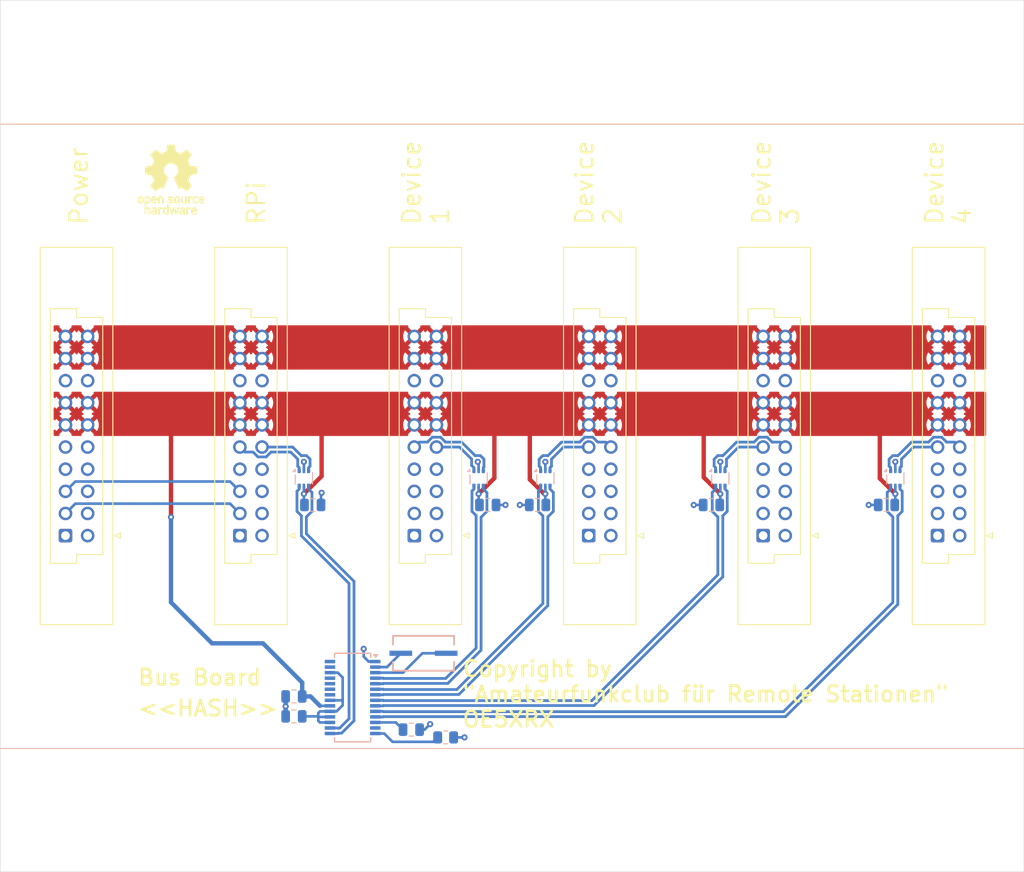
<source format=kicad_pcb>
(kicad_pcb (version 20241229) (generator "pcbnew") (generator_version "9.0")
  (layers (0 "F.Cu" signal) (4 "In1.Cu" power) (6 "In2.Cu" power) (2 "B.Cu" signal) (13 "F.Paste" user) (15 "B.Paste" user) (5 "F.SilkS" user "F.Silkscreen") (7 "B.SilkS" user "B.Silkscreen") (1 "F.Mask" user) (3 "B.Mask" user) (25 "Edge.Cuts" user))
  (net 0 "")
  (net 1 "GND")
  (net 2 "/VD33")
  (net 3 "/VD18")
  (net 4 "+5V")
  (net 5 "/RPI Connector/NS_USB-")
  (net 7 "/RPI Connector/NS_USB+")
  (net 8 "/I2C_SCL")
  (net 11 "+12V")
  (net 13 "/I2C_SDA")
  (net 20 "/USB1+")
  (net 25 "/USB1-")
  (net 30 "/USB2-")
  (net 34 "/USB2+")
  (net 38 "/USB3-")
  (net 40 "/USB3+")
  (net 44 "/USB4+")
  (net 48 "/USB4-")
  (net 52 "Net-(U102-REXT)")
  (net 57 "Net-(U102-XOUT)")
  (net 60 "Net-(U102-XIN)")
  (net 62 "/Device Connector 1/NS_USB+")
  (net 63 "/Device Connector 1/NS_USB-")
  (net 64 "/Device Connector 2/NS_USB-")
  (net 65 "/Device Connector 2/NS_USB+")
  (net 66 "/Device Connector 3/NS_USB-")
  (net 67 "/Device Connector 3/NS_USB+")
  (net 68 "/Device Connector 4/NS_USB+")
  (net 69 "/Device Connector 4/NS_USB-")
  (net 70 "/MASTER_USB-")
  (net 71 "/MASTER_USB+")
  (footprint "MountingHole:MountingHole_3.2mm_M3" (layer "F.Cu") (at 95.284 30.396)
    (property "Reference" "H102" (hide yes))
    (property "Value" "MountingHole" (hide yes))
  )
  (footprint "MountingHole:MountingHole_3.2mm_M3" (layer "F.Cu") (at 135.284 120.396)
    (property "Reference" "H112" (hide yes))
    (property "Value" "MountingHole" (hide yes))
  )
  (footprint "PRJ:PCN10-20P-2.54DSA" (layer "F.Cu") (at 115.284 86.826 180)
    (property "Reference" "J401" (hide yes))
    (property "Value" "Conn_02x10_Row_Letter_First" (hide yes))
  )
  (footprint "MountingHole:MountingHole_3.2mm_M3" (layer "F.Cu") (at 75.284 120.396)
    (property "Reference" "H109" (hide yes))
    (property "Value" "MountingHole" (hide yes))
  )
  (footprint "PRJ:PCN10-20P-2.54DSA" (layer "F.Cu") (at 175.284 86.826 180)
    (property "Reference" "J701" (hide yes))
    (property "Value" "Conn_02x10_Row_Letter_First" (hide yes))
  )
  (footprint "Symbol:OSHW-Logo_7.5x8mm_SilkScreen" (layer "F.Cu") (at 84.842 45.97)
    (property "Reference" "#SYM101" (hide yes))
    (property "Value" "OSHW-Logo_7.5x8mm_SilkScreen" (hide yes))
  )
  (footprint "PRJ:PCN10-20P-2.54DSA" (layer "F.Cu") (at 95.284 86.826 180)
    (property "Reference" "J201" (hide yes))
    (property "Value" "Conn_02x10_Row_Letter_First" (hide yes))
  )
  (footprint "MountingHole:MountingHole_3.2mm_M3" (layer "F.Cu") (at 115.284 120.396)
    (property "Reference" "H111" (hide yes))
    (property "Value" "MountingHole" (hide yes))
  )
  (footprint "PRJ:PCN10-20P-2.54DSA" (layer "F.Cu") (at 75.284 86.826 180)
    (property "Reference" "J301" (hide yes))
    (property "Value" "Conn_02x10_Row_Letter_First" (hide yes))
  )
  (footprint "MountingHole:MountingHole_3.2mm_M3" (layer "F.Cu") (at 175.284 120.396)
    (property "Reference" "H108" (hide yes))
    (property "Value" "MountingHole" (hide yes))
  )
  (footprint "PRJ:PCN10-20P-2.54DSA" (layer "F.Cu") (at 155.284 86.826 180)
    (property "Reference" "J601" (hide yes))
    (property "Value" "Conn_02x10_Row_Letter_First" (hide yes))
  )
  (footprint "MountingHole:MountingHole_3.2mm_M3" (layer "F.Cu") (at 75.284 30.396)
    (property "Reference" "H101" (hide yes))
    (property "Value" "MountingHole" (hide yes))
  )
  (footprint "PRJ:PCN10-20P-2.54DSA" (layer "F.Cu") (at 135.284 86.826 180)
    (property "Reference" "J501" (hide yes))
    (property "Value" "Conn_02x10_Row_Letter_First" (hide yes))
  )
  (footprint "MountingHole:MountingHole_3.2mm_M3" (layer "F.Cu") (at 115.284 30.396)
    (property "Reference" "H103" (hide yes))
    (property "Value" "MountingHole" (hide yes))
  )
  (footprint "MountingHole:MountingHole_3.2mm_M3" (layer "F.Cu") (at 95.284 120.396)
    (property "Reference" "H110" (hide yes))
    (property "Value" "MountingHole" (hide yes))
  )
  (footprint "MountingHole:MountingHole_3.2mm_M3" (layer "F.Cu") (at 155.284 120.396)
    (property "Reference" "H107" (hide yes))
    (property "Value" "MountingHole" (hide yes))
  )
  (footprint "MountingHole:MountingHole_3.2mm_M3" (layer "F.Cu") (at 175.284 30.396)
    (property "Reference" "H106" (hide yes))
    (property "Value" "MountingHole" (hide yes))
  )
  (footprint "MountingHole:MountingHole_3.2mm_M3" (layer "F.Cu") (at 155.284 30.396)
    (property "Reference" "H105" (hide yes))
    (property "Value" "MountingHole" (hide yes))
  )
  (footprint "MountingHole:MountingHole_3.2mm_M3" (layer "F.Cu") (at 135.284 30.396)
    (property "Reference" "H104" (hide yes))
    (property "Value" "MountingHole" (hide yes))
  )
  (footprint "Capacitor_SMD:C_0805_2012Metric" (layer "B.Cu") (at 98.939 107.565 180)
    (property "Reference" "C101" (hide yes))
    (property "Value" "10uF" (hide yes))
  )
  (footprint "Capacitor_SMD:C_0805_2012Metric" (layer "B.Cu") (at 146.818 83.308 180)
    (property "Reference" "C107" (hide yes))
    (property "Value" "100nF" (hide yes))
  )
  (footprint "Package_TO_SOT_SMD:SOT-666" (layer "B.Cu") (at 127.768 80.26 -90)
    (property "Reference" "U104" (hide yes))
    (property "Value" "USBLC6-2SC6" (hide yes))
  )
  (footprint "Package_TO_SOT_SMD:SOT-666" (layer "B.Cu") (at 120.1185 80.26 -90)
    (property "Reference" "U103" (hide yes))
    (property "Value" "USBLC6-2SC6" (hide yes))
  )
  (footprint "PRJ:M49S-SMD" (layer "B.Cu") (at 113.798 100.326 180)
    (property "Reference" "Y101" (hide yes))
    (property "Value" "12MHz" (hide yes))
  )
  (footprint "Capacitor_SMD:C_0805_2012Metric" (layer "B.Cu") (at 101.098 83.308)
    (property "Reference" "C104" (hide yes))
    (property "Value" "100nF" (hide yes))
  )
  (footprint "Capacitor_SMD:C_0805_2012Metric" (layer "B.Cu") (at 166.884 83.308 180)
    (property "Reference" "C108" (hide yes))
    (property "Value" "100nF" (hide yes))
  )
  (footprint "Capacitor_SMD:C_0805_2012Metric" (layer "B.Cu") (at 126.879 83.308 180)
    (property "Reference" "C106" (hide yes))
    (property "Value" "100nF" (hide yes))
  )
  (footprint "Package_TO_SOT_SMD:SOT-666" (layer "B.Cu") (at 100.082 80.26 -90)
    (property "Reference" "U101" (hide yes))
    (property "Value" "USBLC6-2SC6" (hide yes))
  )
  (footprint "Package_TO_SOT_SMD:SOT-666" (layer "B.Cu") (at 147.834 80.26 -90)
    (property "Reference" "U105" (hide yes))
    (property "Value" "USBLC6-2SC6" (hide yes))
  )
  (footprint "Package_SO:SSOP-28_3.9x9.9mm_P0.635mm" (layer "B.Cu") (at 105.67 105.406 180)
    (property "Reference" "U102" (hide yes))
    (property "Value" "FE1.1s" (hide yes))
  )
  (footprint "Capacitor_SMD:C_0805_2012Metric" (layer "B.Cu") (at 98.939 105.279 180)
    (property "Reference" "C103" (hide yes))
    (property "Value" "100nF" (hide yes))
  )
  (footprint "Capacitor_SMD:C_0805_2012Metric" (layer "B.Cu") (at 121.164 83.308)
    (property "Reference" "C105" (hide yes))
    (property "Value" "100nF" (hide yes))
  )
  (footprint "Capacitor_SMD:C_0805_2012Metric" (layer "B.Cu") (at 112.401 109.089)
    (property "Reference" "C102" (hide yes))
    (property "Value" "10uF" (hide yes))
  )
  (footprint "Package_TO_SOT_SMD:SOT-666" (layer "B.Cu") (at 167.9 80.26 -90)
    (property "Reference" "U106" (hide yes))
    (property "Value" "USBLC6-2SC6" (hide yes))
  )
  (footprint "Resistor_SMD:R_0805_2012Metric" (layer "B.Cu") (at 116.338 109.978)
    (property "Reference" "R103" (hide yes))
    (property "Value" "2k7" (hide yes))
  )
  (gr_line (start 65.284 39.62) (end 182.632 39.62) (stroke (width 0.1)) (layer "F.SilkS"))
  (gr_line (start 65.284 111.248) (end 182.632 111.248) (stroke (width 0.1)) (layer "F.SilkS"))
  (gr_line (start 65.284 111.248) (end 182.632 111.248) (stroke (width 0.1)) (layer "B.SilkS"))
  (gr_line (start 65.284 39.62) (end 182.632 39.62) (stroke (width 0.1)) (layer "B.SilkS"))
  (gr_rect (start 65.284 25.396) (end 182.65 125.396) (stroke (width 0.05)) (fill no) (layer "Edge.Cuts"))
  (gr_text "RPi" (at 95.764 51.304 90) (layer "F.SilkS") (effects (font (size 2 2) (thickness 0.25)) (justify left bottom)))
  (gr_text "<<HASH>>" (at 80.905 107.692 0) (layer "F.SilkS") (effects (font (size 1.8 1.8) (thickness 0.3) (bold yes)) (justify left bottom)))
  (gr_text "Device\n3" (at 154.184 51.304 90) (layer "F.SilkS") (effects (font (size 2 2) (thickness 0.25)) (justify left)))
  (gr_text "Copyright by\n{dblquote}Amateurfunkclub für Remote Stationen{dblquote}\nOE5XRX" (at 118.116 108.962 0) (layer "F.SilkS") (effects (font (size 1.8 1.8) (thickness 0.3) (bold yes)) (justify left bottom)))
  (gr_text "Power" (at 75.444 51.304 90) (layer "F.SilkS") (effects (font (size 2 2) (thickness 0.25)) (justify left bottom)))
  (gr_text "Device\n2" (at 133.864 51.304 90) (layer "F.SilkS") (effects (font (size 2 2) (thickness 0.25)) (justify left)))
  (gr_text "Device\n1" (at 114.052 51.304 90) (layer "F.SilkS") (effects (font (size 2 2) (thickness 0.25)) (justify left)))
  (gr_text "Device\n4" (at 173.996 51.304 90) (layer "F.SilkS") (effects (font (size 2 2) (thickness 0.25)) (justify left)))
  (gr_text "Bus Board" (at 80.905 104.136 0) (layer "F.SilkS") (effects (font (size 1.8 1.8) (thickness 0.3) (bold yes)) (justify left bottom)))
  (via (at 124.847 83.308) (size 0.7) (drill 0.3) (layers "F.Cu" "B.Cu") (net 1))
  (via (at 123.196 83.308) (size 0.7) (drill 0.3) (layers "F.Cu" "B.Cu") (net 1))
  (via (at 100.082 78.355) (size 0.7) (drill 0.3) (layers "F.Cu" "B.Cu") (net 1))
  (via (at 144.786 83.308) (size 0.7) (drill 0.3) (layers "F.Cu" "B.Cu") (net 1))
  (via (at 127.768 78.355) (size 0.7) (drill 0.3) (layers "F.Cu" "B.Cu") (net 1))
  (via (at 167.9 78.355) (size 0.7) (drill 0.3) (layers "F.Cu" "B.Cu") (net 1))
  (via (at 147.834 78.355) (size 0.7) (drill 0.3) (layers "F.Cu" "B.Cu") (net 1))
  (via (at 164.852 83.308) (size 0.7) (drill 0.3) (layers "F.Cu" "B.Cu") (net 1))
  (via (at 102.114 81.911) (size 0.7) (drill 0.3) (layers "F.Cu" "B.Cu") (net 1))
  (via (at 106.94 99.818) (size 0.7) (drill 0.3) (layers "F.Cu" "B.Cu") (net 1))
  (via (at 114.56 108.454) (size 0.7) (drill 0.3) (layers "F.Cu" "B.Cu") (net 1))
  (via (at 97.989 106.422) (size 0.7) (drill 0.3) (layers "F.Cu" "B.Cu") (net 1))
  (via (at 120.021 78.355) (size 0.7) (drill 0.3) (layers "F.Cu" "B.Cu") (net 1))
  (via (at 118.497 109.978) (size 0.7) (drill 0.3) (layers "F.Cu" "B.Cu") (net 1))
  (segment (start 113.925 109.089) (end 114.56 108.454) (width 0.3) (layer "B.Cu") (net 1))
  (segment (start 145.868 83.308) (end 144.786 83.308) (width 0.3) (layer "B.Cu") (net 1))
  (segment (start 125.929 83.308) (end 124.847 83.308) (width 0.3) (layer "B.Cu") (net 1))
  (segment (start 120.1185 78.4525) (end 120.021 78.355) (width 0.3) (layer "B.Cu") (net 1))
  (segment (start 122.114 83.308) (end 123.196 83.308) (width 0.3) (layer "B.Cu") (net 1))
  (segment (start 100.082 79.335) (end 100.082 78.355) (width 0.3) (layer "B.Cu") (net 1))
  (segment (start 102.048 83.308) (end 102.048 81.977) (width 0.3) (layer "B.Cu") (net 1))
  (segment (start 102.048 81.977) (end 102.114 81.911) (width 0.3) (layer "B.Cu") (net 1))
  (segment (start 113.351 109.089) (end 113.925 109.089) (width 0.3) (layer "B.Cu") (net 1))
  (segment (start 147.834 79.335) (end 147.834 78.355) (width 0.3) (layer "B.Cu") (net 1))
  (segment (start 165.934 83.308) (end 164.852 83.308) (width 0.3) (layer "B.Cu") (net 1))
  (segment (start 167.9 79.335) (end 167.9 78.355) (width 0.3) (layer "B.Cu") (net 1))
  (segment (start 106.94 100.707) (end 106.94 99.818) (width 0.3) (layer "B.Cu") (net 1))
  (segment (start 127.768 79.335) (end 127.768 78.355) (width 0.3) (layer "B.Cu") (net 1))
  (segment (start 107.194 100.961) (end 106.94 100.707) (width 0.3) (layer "B.Cu") (net 1))
  (segment (start 107.5115 101.2785) (end 107.194 100.961) (width 0.3) (layer "B.Cu") (net 1))
  (segment (start 117.2505 109.978) (end 118.497 109.978) (width 0.3) (layer "B.Cu") (net 1))
  (segment (start 108.27 101.2785) (end 107.5115 101.2785) (width 0.3) (layer "B.Cu") (net 1))
  (segment (start 97.989 107.565) (end 97.989 105.279) (width 0.5) (layer "B.Cu") (net 1))
  (segment (start 120.1185 79.335) (end 120.1185 78.4525) (width 0.3) (layer "B.Cu") (net 1))
  (segment (start 101.7965 107.6285) (end 101.733 107.565) (width 0.3) (layer "B.Cu") (net 2))
  (segment (start 103.07 106.9935) (end 101.9235 106.9935) (width 0.3) (layer "B.Cu") (net 2))
  (segment (start 101.733 107.565) (end 99.889 107.565) (width 0.3) (layer "B.Cu") (net 2))
  (segment (start 104.4635 105.7235) (end 104.527 105.787) (width 0.3) (layer "B.Cu") (net 2))
  (segment (start 101.9235 106.9935) (end 101.733 107.184) (width 0.3) (layer "B.Cu") (net 2))
  (segment (start 104.527 105.787) (end 104.527 106.295) (width 0.3) (layer "B.Cu") (net 2))
  (segment (start 101.9235 108.2635) (end 101.733 108.073) (width 0.3) (layer "B.Cu") (net 2))
  (segment (start 104.527 106.295) (end 103.8285 106.9935) (width 0.3) (layer "B.Cu") (net 2))
  (segment (start 103.8285 106.9935) (end 103.07 106.9935) (width 0.3) (layer "B.Cu") (net 2))
  (segment (start 103.07 105.7235) (end 104.4635 105.7235) (width 0.3) (layer "B.Cu") (net 2))
  (segment (start 103.97 102.5485) (end 104.527 103.1055) (width 0.3) (layer "B.Cu") (net 2))
  (segment (start 103.07 108.2635) (end 101.9235 108.2635) (width 0.3) (layer "B.Cu") (net 2))
  (segment (start 101.733 108.073) (end 101.733 107.565) (width 0.3) (layer "B.Cu") (net 2))
  (segment (start 103.07 107.6285) (end 101.7965 107.6285) (width 0.3) (layer "B.Cu") (net 2))
  (segment (start 104.527 103.1055) (end 104.527 105.787) (width 0.3) (layer "B.Cu") (net 2))
  (segment (start 103.07 102.5485) (end 103.97 102.5485) (width 0.3) (layer "B.Cu") (net 2))
  (segment (start 101.733 107.184) (end 101.733 107.565) (width 0.3) (layer "B.Cu") (net 2))
  (segment (start 110.6255 108.2635) (end 111.451 109.089) (width 0.3) (layer "B.Cu") (net 3))
  (segment (start 108.27 108.2635) (end 110.6255 108.2635) (width 0.3) (layer "B.Cu") (net 3))
  (segment (start 125.99 80.387) (end 125.99 74.545) (width 0.5) (layer "F.Cu") (net 4))
  (segment (start 120.1185 82.038) (end 121.926 80.2305) (width 0.5) (layer "F.Cu") (net 4))
  (segment (start 145.929 80.133) (end 145.929 74.545) (width 0.5) (layer "F.Cu") (net 4))
  (segment (start 146.183 80.387) (end 145.929 80.133) (width 0.5) (layer "F.Cu") (net 4))
  (segment (start 147.834 82.038) (end 146.183 80.387) (width 0.5) (layer "F.Cu") (net 4))
  (segment (start 166.122 80.26) (end 166.122 75.053) (width 0.5) (layer "F.Cu") (net 4))
  (segment (start 84.842 84.705) (end 84.842 75.942) (width 0.5) (layer "F.Cu") (net 4))
  (segment (start 167.9 82.038) (end 166.122 80.26) (width 0.5) (layer "F.Cu") (net 4))
  (segment (start 100.082 82.038) (end 102.114 80.006) (width 0.5) (layer "F.Cu") (net 4))
  (segment (start 127.641 82.038) (end 125.99 80.387) (width 0.5) (layer "F.Cu") (net 4))
  (segment (start 84.842 75.942) (end 84.842 74.164) (width 0.5) (layer "F.Cu") (net 4))
  (segment (start 102.114 80.006) (end 102.114 74.418) (width 0.5) (layer "F.Cu") (net 4))
  (segment (start 127.768 82.038) (end 127.641 82.038) (width 0.5) (layer "F.Cu") (net 4))
  (segment (start 121.926 80.2305) (end 121.926 74.291) (width 0.5) (layer "F.Cu") (net 4))
  (via (at 84.842 84.705) (size 0.7) (drill 0.3) (layers "F.Cu" "B.Cu") (net 4))
  (via (at 120.1185 82.038) (size 0.7) (drill 0.3) (layers "F.Cu" "B.Cu") (net 4))
  (via (at 100.082 82.038) (size 0.7) (drill 0.3) (layers "F.Cu" "B.Cu") (net 4))
  (via (at 127.768 82.038) (size 0.7) (drill 0.3) (layers "F.Cu" "B.Cu") (net 4))
  (via (at 147.834 82.038) (size 0.7) (drill 0.3) (layers "F.Cu" "B.Cu") (net 4))
  (via (at 167.9 82.038) (size 0.7) (drill 0.3) (layers "F.Cu" "B.Cu") (net 4))
  (segment (start 95.383 99.183) (end 99.889 103.689) (width 0.5) (layer "B.Cu") (net 4))
  (segment (start 120.1185 81.185) (end 120.1185 82.038) (width 0.3) (layer "B.Cu") (net 4))
  (segment (start 103.07 106.3585) (end 101.9235 106.3585) (width 0.3) (layer "B.Cu") (net 4))
  (segment (start 120.1185 82.038) (end 120.1185 83.2125) (width 0.3) (layer "B.Cu") (net 4))
  (segment (start 84.842 84.705) (end 84.842 94.484) (width 0.5) (layer "B.Cu") (net 4))
  (segment (start 99.889 103.689) (end 99.889 105.279) (width 0.5) (layer "B.Cu") (net 4))
  (segment (start 100.082 83.242) (end 100.148 83.308) (width 0.3) (layer "B.Cu") (net 4))
  (segment (start 127.768 82.038) (end 127.768 83.247) (width 0.3) (layer "B.Cu") (net 4))
  (segment (start 100.082 81.185) (end 100.082 82.038) (width 0.3) (layer "B.Cu") (net 4))
  (segment (start 101.9235 106.3585) (end 100.844 105.279) (width 0.5) (layer "B.Cu") (net 4))
  (segment (start 84.842 94.484) (end 89.541 99.183) (width 0.5) (layer "B.Cu") (net 4))
  (segment (start 147.834 83.242) (end 147.768 83.308) (width 0.3) (layer "B.Cu") (net 4))
  (segment (start 100.844 105.279) (end 99.889 105.279) (width 0.5) (layer "B.Cu") (net 4))
  (segment (start 167.9 83.242) (end 167.834 83.308) (width 0.3) (layer "B.Cu") (net 4))
  (segment (start 167.9 81.185) (end 167.9 83.242) (width 0.3) (layer "B.Cu") (net 4))
  (segment (start 127.768 81.185) (end 127.768 82.038) (width 0.3) (layer "B.Cu") (net 4))
  (segment (start 120.1185 83.2125) (end 120.214 83.308) (width 0.3) (layer "B.Cu") (net 4))
  (segment (start 100.082 82.038) (end 100.082 83.242) (width 0.3) (layer "B.Cu") (net 4))
  (segment (start 147.834 82.038) (end 147.834 83.242) (width 0.3) (layer "B.Cu") (net 4))
  (segment (start 147.834 81.185) (end 147.834 82.038) (width 0.3) (layer "B.Cu") (net 4))
  (segment (start 127.768 83.247) (end 127.829 83.308) (width 0.3) (layer "B.Cu") (net 4))
  (segment (start 89.541 99.183) (end 95.383 99.183) (width 0.5) (layer "B.Cu") (net 4))
  (segment (start 100.790734 78.061432) (end 100.375568 77.646266) (width 0.315468) (layer "B.Cu") (net 5))
  (segment (start 99.782187 77.652511) (end 98.795676 76.666) (width 0.315468) (layer "B.Cu") (net 5))
  (segment (start 99.788432 77.646266) (end 99.782187 77.652511) (width 0.315468) (layer "B.Cu") (net 5))
  (segment (start 100.6195 79.41) (end 100.6195 79.034999) (width 0.315468) (layer "B.Cu") (net 5))
  (segment (start 98.795676 76.666) (end 95.284 76.666) (width 0.315468) (layer "B.Cu") (net 5))
  (segment (start 100.375568 77.646266) (end 99.788432 77.646266) (width 0.315468) (layer "B.Cu") (net 5))
  (segment (start 100.790734 78.863765) (end 100.790734 78.061432) (width 0.315468) (layer "B.Cu") (net 5))
  (segment (start 100.6195 79.034999) (end 100.790734 78.863765) (width 0.315468) (layer "B.Cu") (net 5))
  (segment (start 99.5445 79.034999) (end 99.373266 78.863765) (width 0.315468) (layer "B.Cu") (net 7))
  (segment (start 95.753608 77.799734) (end 94.814392 77.799734) (width 0.315468) (layer "B.Cu") (net 7))
  (segment (start 99.5445 79.41) (end 99.5445 79.034999) (width 0.315468) (layer "B.Cu") (net 7))
  (segment (start 93.313468 77.235468) (end 92.744 76.666) (width 0.315468) (layer "B.Cu") (net 7))
  (segment (start 98.559792 77.235468) (end 96.317874 77.235468) (width 0.315468) (layer "B.Cu") (net 7))
  (segment (start 96.317874 77.235468) (end 95.753608 77.799734) (width 0.315468) (layer "B.Cu") (net 7))
  (segment (start 99.379511 78.055187) (end 98.559792 77.235468) (width 0.315468) (layer "B.Cu") (net 7))
  (segment (start 94.814392 77.799734) (end 94.250126 77.235468) (width 0.315468) (layer "B.Cu") (net 7))
  (segment (start 99.373266 78.863765) (end 99.373266 78.061432) (width 0.315468) (layer "B.Cu") (net 7))
  (segment (start 94.250126 77.235468) (end 93.313468 77.235468) (width 0.315468) (layer "B.Cu") (net 7))
  (segment (start 99.373266 78.061432) (end 99.379511 78.055187) (width 0.315468) (layer "B.Cu") (net 7))
  (segment (start 73.87 83.16) (end 91.618 83.16) (width 0.3) (layer "B.Cu") (net 8))
  (segment (start 72.744 84.286) (end 73.87 83.16) (width 0.3) (layer "B.Cu") (net 8))
  (segment (start 91.618 83.16) (end 92.744 84.286) (width 0.3) (layer "B.Cu") (net 8))
  (segment (start 72.744 81.746) (end 73.87 80.62) (width 0.3) (layer "B.Cu") (net 13))
  (segment (start 73.87 80.62) (end 91.618 80.62) (width 0.3) (layer "B.Cu") (net 13))
  (segment (start 91.618 80.62) (end 92.744 81.746) (width 0.3) (layer "B.Cu") (net 13))
  (segment (start 109.170001 103.8185) (end 109.202767 103.785734) (width 0.315468) (layer "B.Cu") (net 20))
  (segment (start 108.27 103.8185) (end 109.170001 103.8185) (width 0.315468) (layer "B.Cu") (net 20))
  (segment (start 116.582942 103.785734) (end 120.403234 99.965442) (width 0.315468) (layer "B.Cu") (net 20))
  (segment (start 121.072734 84.042072) (end 121.072734 81.901735) (width 0.315468) (layer "B.Cu") (net 20))
  (segment (start 120.403234 99.965442) (end 120.403234 84.711572) (width 0.315468) (layer "B.Cu") (net 20))
  (segment (start 109.202767 103.785734) (end 116.582942 103.785734) (width 0.315468) (layer "B.Cu") (net 20))
  (segment (start 121.072734 81.901735) (end 120.656 81.485001) (width 0.315468) (layer "B.Cu") (net 20))
  (segment (start 120.656 81.485001) (end 120.656 81.11) (width 0.315468) (layer "B.Cu") (net 20))
  (segment (start 120.403234 84.711572) (end 121.072734 84.042072) (width 0.315468) (layer "B.Cu") (net 20))
  (segment (start 116.347058 103.216266) (end 119.833766 99.729558) (width 0.315468) (layer "B.Cu") (net 25))
  (segment (start 109.170001 103.1835) (end 109.202767 103.216266) (width 0.315468) (layer "B.Cu") (net 25))
  (segment (start 109.202767 103.216266) (end 116.347058 103.216266) (width 0.315468) (layer "B.Cu") (net 25))
  (segment (start 108.27 103.1835) (end 109.170001 103.1835) (width 0.315468) (layer "B.Cu") (net 25))
  (segment (start 119.355266 84.042072) (end 119.355266 81.710735) (width 0.315468) (layer "B.Cu") (net 25))
  (segment (start 119.355266 81.710735) (end 119.581 81.485001) (width 0.315468) (layer "B.Cu") (net 25))
  (segment (start 119.581 81.485001) (end 119.581 81.11) (width 0.315468) (layer "B.Cu") (net 25))
  (segment (start 119.833766 84.520572) (end 119.355266 84.042072) (width 0.315468) (layer "B.Cu") (net 25))
  (segment (start 119.833766 99.729558) (end 119.833766 84.520572) (width 0.315468) (layer "B.Cu") (net 25))
  (segment (start 117.617058 104.486266) (end 127.483266 94.620058) (width 0.315468) (layer "B.Cu") (net 30))
  (segment (start 127.2305 81.485001) (end 127.2305 81.11) (width 0.315468) (layer "B.Cu") (net 30))
  (segment (start 126.970266 84.042072) (end 126.970266 81.745235) (width 0.315468) (layer "B.Cu") (net 30))
  (segment (start 109.202767 104.486266) (end 117.617058 104.486266) (width 0.315468) (layer "B.Cu") (net 30))
  (segment (start 109.170001 104.4535) (end 109.202767 104.486266) (width 0.315468) (layer "B.Cu") (net 30))
  (segment (start 126.970266 81.745235) (end 127.2305 81.485001) (width 0.315468) (layer "B.Cu") (net 30))
  (segment (start 127.483266 84.555072) (end 126.970266 84.042072) (width 0.315468) (layer "B.Cu") (net 30))
  (segment (start 108.27 104.4535) (end 109.170001 104.4535) (width 0.315468) (layer "B.Cu") (net 30))
  (segment (start 127.483266 94.620058) (end 127.483266 84.555072) (width 0.315468) (layer "B.Cu") (net 30))
  (segment (start 109.170001 105.0885) (end 109.202767 105.055734) (width 0.315468) (layer "B.Cu") (net 34))
  (segment (start 109.202767 105.055734) (end 117.852942 105.055734) (width 0.315468) (layer "B.Cu") (net 34))
  (segment (start 128.052734 94.855942) (end 128.052734 84.677072) (width 0.315468) (layer "B.Cu") (net 34))
  (segment (start 108.27 105.0885) (end 109.170001 105.0885) (width 0.315468) (layer "B.Cu") (net 34))
  (segment (start 128.687734 84.042072) (end 128.687734 81.867235) (width 0.315468) (layer "B.Cu") (net 34))
  (segment (start 117.852942 105.055734) (end 128.052734 94.855942) (width 0.315468) (layer "B.Cu") (net 34))
  (segment (start 128.3055 81.485001) (end 128.3055 81.11) (width 0.315468) (layer "B.Cu") (net 34))
  (segment (start 128.687734 81.867235) (end 128.3055 81.485001) (width 0.315468) (layer "B.Cu") (net 34))
  (segment (start 128.052734 84.677072) (end 128.687734 84.042072) (width 0.315468) (layer "B.Cu") (net 34))
  (segment (start 133.111058 105.756266) (end 147.549266 91.318058) (width 0.315468) (layer "B.Cu") (net 38))
  (segment (start 147.2965 81.485001) (end 147.2965 81.11) (width 0.315468) (layer "B.Cu") (net 38))
  (segment (start 146.909266 81.872235) (end 147.2965 81.485001) (width 0.315468) (layer "B.Cu") (net 38))
  (segment (start 108.27 105.7235) (end 109.170001 105.7235) (width 0.315468) (layer "B.Cu") (net 38))
  (segment (start 146.909266 84.042072) (end 146.909266 81.872235) (width 0.315468) (layer "B.Cu") (net 38))
  (segment (start 109.170001 105.7235) (end 109.202767 105.756266) (width 0.315468) (layer "B.Cu") (net 38))
  (segment (start 147.549266 84.682072) (end 146.909266 84.042072) (width 0.315468) (layer "B.Cu") (net 38))
  (segment (start 109.202767 105.756266) (end 133.111058 105.756266) (width 0.315468) (layer "B.Cu") (net 38))
  (segment (start 147.549266 91.318058) (end 147.549266 84.682072) (width 0.315468) (layer "B.Cu") (net 38))
  (segment (start 109.202767 106.325734) (end 133.346942 106.325734) (width 0.315468) (layer "B.Cu") (net 40))
  (segment (start 148.3715 81.485001) (end 148.3715 81.11) (width 0.315468) (layer "B.Cu") (net 40))
  (segment (start 148.626734 81.740235) (end 148.3715 81.485001) (width 0.315468) (layer "B.Cu") (net 40))
  (segment (start 148.118734 84.550072) (end 148.626734 84.042072) (width 0.315468) (layer "B.Cu") (net 40))
  (segment (start 148.626734 84.042072) (end 148.626734 81.740235) (width 0.315468) (layer "B.Cu") (net 40))
  (segment (start 133.346942 106.325734) (end 148.118734 91.553942) (width 0.315468) (layer "B.Cu") (net 40))
  (segment (start 109.170001 106.3585) (end 109.202767 106.325734) (width 0.315468) (layer "B.Cu") (net 40))
  (segment (start 108.27 106.3585) (end 109.170001 106.3585) (width 0.315468) (layer "B.Cu") (net 40))
  (segment (start 148.118734 91.553942) (end 148.118734 84.550072) (width 0.315468) (layer "B.Cu") (net 40))
  (segment (start 109.170001 107.6285) (end 109.202767 107.595734) (width 0.315468) (layer "B.Cu") (net 44))
  (segment (start 168.692734 84.042072) (end 168.692734 81.740235) (width 0.315468) (layer "B.Cu") (net 44))
  (segment (start 168.184734 94.728942) (end 168.184734 84.550072) (width 0.315468) (layer "B.Cu") (net 44))
  (segment (start 155.317942 107.595734) (end 168.184734 94.728942) (width 0.315468) (layer "B.Cu") (net 44))
  (segment (start 108.27 107.6285) (end 109.170001 107.6285) (width 0.315468) (layer "B.Cu") (net 44))
  (segment (start 168.184734 84.550072) (end 168.692734 84.042072) (width 0.315468) (layer "B.Cu") (net 44))
  (segment (start 168.4375 81.485001) (end 168.4375 81.11) (width 0.315468) (layer "B.Cu") (net 44))
  (segment (start 168.692734 81.740235) (end 168.4375 81.485001) (width 0.315468) (layer "B.Cu") (net 44))
  (segment (start 109.202767 107.595734) (end 155.317942 107.595734) (width 0.315468) (layer "B.Cu") (net 44))
  (segment (start 167.615266 94.493058) (end 167.615266 84.682072) (width 0.315468) (layer "B.Cu") (net 48))
  (segment (start 167.3625 81.485001) (end 167.3625 81.11) (width 0.315468) (layer "B.Cu") (net 48))
  (segment (start 109.170001 106.9935) (end 109.202767 107.026266) (width 0.315468) (layer "B.Cu") (net 48))
  (segment (start 155.082058 107.026266) (end 167.615266 94.493058) (width 0.315468) (layer "B.Cu") (net 48))
  (segment (start 166.975266 81.872235) (end 167.3625 81.485001) (width 0.315468) (layer "B.Cu") (net 48))
  (segment (start 167.615266 84.682072) (end 166.975266 84.042072) (width 0.315468) (layer "B.Cu") (net 48))
  (segment (start 109.202767 107.026266) (end 155.082058 107.026266) (width 0.315468) (layer "B.Cu") (net 48))
  (segment (start 166.975266 84.042072) (end 166.975266 81.872235) (width 0.315468) (layer "B.Cu") (net 48))
  (segment (start 108.27 106.9935) (end 109.170001 106.9935) (width 0.315468) (layer "B.Cu") (net 48))
  (segment (start 108.27 109.5335) (end 109.2895 109.5335) (width 0.3) (layer "B.Cu") (net 52))
  (segment (start 109.2895 109.5335) (end 110.242 110.486) (width 0.3) (layer "B.Cu") (net 52))
  (segment (start 110.242 110.486) (end 114.9175 110.486) (width 0.3) (layer "B.Cu") (net 52))
  (segment (start 114.9175 110.486) (end 115.4255 109.978) (width 0.3) (layer "B.Cu") (net 52))
  (segment (start 109.6105 101.9135) (end 111.198 100.326) (width 0.3) (layer "B.Cu") (net 57))
  (segment (start 108.27 101.9135) (end 109.6105 101.9135) (width 0.3) (layer "B.Cu") (net 57))
  (segment (start 113.671 100.326) (end 111.4485 102.5485) (width 0.3) (layer "B.Cu") (net 60))
  (segment (start 116.398 100.326) (end 113.671 100.326) (width 0.3) (layer "B.Cu") (net 60))
  (segment (start 111.4485 102.5485) (end 108.27 102.5485) (width 0.3) (layer "B.Cu") (net 60))
  (segment (start 120.729734 78.961265) (end 120.729734 78.061432) (width 0.315468) (layer "B.Cu") (net 62))
  (segment (start 113.313468 76.096532) (end 112.744 76.666) (width 0.315468) (layer "B.Cu") (net 62))
  (segment (start 120.314568 77.646266) (end 119.727432 77.646266) (width 0.315468) (layer "B.Cu") (net 62))
  (segment (start 118.165208 76.096532) (end 116.317874 76.096532) (width 0.315468) (layer "B.Cu") (net 62))
  (segment (start 114.250126 76.096532) (end 113.313468 76.096532) (width 0.315468) (layer "B.Cu") (net 62))
  (segment (start 115.753608 75.532266) (end 114.814392 75.532266) (width 0.315468) (layer "B.Cu") (net 62))
  (segment (start 120.656 79.41) (end 120.656 79.034999) (width 0.315468) (layer "B.Cu") (net 62))
  (segment (start 119.721187 77.652511) (end 118.165208 76.096532) (width 0.315468) (layer "B.Cu") (net 62))
  (segment (start 119.727432 77.646266) (end 119.721187 77.652511) (width 0.315468) (layer "B.Cu") (net 62))
  (segment (start 114.814392 75.532266) (end 114.250126 76.096532) (width 0.315468) (layer "B.Cu") (net 62))
  (segment (start 120.729734 78.061432) (end 120.314568 77.646266) (width 0.315468) (layer "B.Cu") (net 62))
  (segment (start 116.317874 76.096532) (end 115.753608 75.532266) (width 0.315468) (layer "B.Cu") (net 62))
  (segment (start 120.656 79.034999) (end 120.729734 78.961265) (width 0.315468) (layer "B.Cu") (net 62))
  (segment (start 119.581 79.41) (end 119.581 79.034999) (width 0.315468) (layer "B.Cu") (net 63))
  (segment (start 119.581 79.034999) (end 119.312266 78.766265) (width 0.315468) (layer "B.Cu") (net 63))
  (segment (start 117.929324 76.666) (end 115.284 76.666) (width 0.315468) (layer "B.Cu") (net 63))
  (segment (start 119.318511 78.055187) (end 117.929324 76.666) (width 0.315468) (layer "B.Cu") (net 63))
  (segment (start 119.312266 78.061432) (end 119.318511 78.055187) (width 0.315468) (layer "B.Cu") (net 63))
  (segment (start 119.312266 78.766265) (end 119.312266 78.061432) (width 0.315468) (layer "B.Cu") (net 63))
  (segment (start 132.274392 75.532266) (end 133.213608 75.532266) (width 0.315468) (layer "B.Cu") (net 64))
  (segment (start 133.777874 76.096532) (end 134.714532 76.096532) (width 0.315468) (layer "B.Cu") (net 64))
  (segment (start 127.2305 79.034999) (end 127.059266 78.863765) (width 0.315468) (layer "B.Cu") (net 64))
  (segment (start 128.067813 77.652511) (end 129.623792 76.096532) (width 0.315468) (layer "B.Cu") (net 64))
  (segment (start 127.474432 77.646266) (end 128.061568 77.646266) (width 0.315468) (layer "B.Cu") (net 64))
  (segment (start 127.059266 78.061432) (end 127.474432 77.646266) (width 0.315468) (layer "B.Cu") (net 64))
  (segment (start 128.061568 77.646266) (end 128.067813 77.652511) (width 0.315468) (layer "B.Cu") (net 64))
  (segment (start 127.2305 79.41) (end 127.2305 79.034999) (width 0.315468) (layer "B.Cu") (net 64))
  (segment (start 129.623792 76.096532) (end 131.710126 76.096532) (width 0.315468) (layer "B.Cu") (net 64))
  (segment (start 131.710126 76.096532) (end 132.274392 75.532266) (width 0.315468) (layer "B.Cu") (net 64))
  (segment (start 133.213608 75.532266) (end 133.777874 76.096532) (width 0.315468) (layer "B.Cu") (net 64))
  (segment (start 127.059266 78.863765) (end 127.059266 78.061432) (width 0.315468) (layer "B.Cu") (net 64))
  (segment (start 134.714532 76.096532) (end 135.284 76.666) (width 0.315468) (layer "B.Cu") (net 64))
  (segment (start 128.476734 78.061432) (end 128.470489 78.055187) (width 0.315468) (layer "B.Cu") (net 65))
  (segment (start 128.476734 78.863765) (end 128.476734 78.061432) (width 0.315468) (layer "B.Cu") (net 65))
  (segment (start 128.3055 79.41) (end 128.3055 79.034999) (width 0.315468) (layer "B.Cu") (net 65))
  (segment (start 129.859676 76.666) (end 132.744 76.666) (width 0.315468) (layer "B.Cu") (net 65))
  (segment (start 128.470489 78.055187) (end 129.859676 76.666) (width 0.315468) (layer "B.Cu") (net 65))
  (segment (start 128.3055 79.034999) (end 128.476734 78.863765) (width 0.315468) (layer "B.Cu") (net 65))
  (segment (start 147.125266 78.061432) (end 147.540432 77.646266) (width 0.315468) (layer "B.Cu") (net 66))
  (segment (start 149.689792 76.096532) (end 151.710126 76.096532) (width 0.315468) (layer "B.Cu") (net 66))
  (segment (start 148.133813 77.652511) (end 149.689792 76.096532) (width 0.315468) (layer "B.Cu") (net 66))
  (segment (start 153.777874 76.096532) (end 154.714532 76.096532) (width 0.315468) (layer "B.Cu") (net 66))
  (segment (start 153.213608 75.532266) (end 153.777874 76.096532) (width 0.315468) (layer "B.Cu") (net 66))
  (segment (start 148.127568 77.646266) (end 148.133813 77.652511) (width 0.315468) (layer "B.Cu") (net 66))
  (segment (start 147.2965 79.41) (end 147.2965 79.034999) (width 0.315468) (layer "B.Cu") (net 66))
  (segment (start 147.540432 77.646266) (end 148.127568 77.646266) (width 0.315468) (layer "B.Cu") (net 66))
  (segment (start 147.2965 79.034999) (end 147.125266 78.863765) (width 0.315468) (layer "B.Cu") (net 66))
  (segment (start 154.714532 76.096532) (end 155.284 76.666) (width 0.315468) (layer "B.Cu") (net 66))
  (segment (start 152.274392 75.532266) (end 153.213608 75.532266) (width 0.315468) (layer "B.Cu") (net 66))
  (segment (start 151.710126 76.096532) (end 152.274392 75.532266) (width 0.315468) (layer "B.Cu") (net 66))
  (segment (start 147.125266 78.863765) (end 147.125266 78.061432) (width 0.315468) (layer "B.Cu") (net 66))
  (segment (start 149.925676 76.666) (end 152.744 76.666) (width 0.315468) (layer "B.Cu") (net 67))
  (segment (start 148.3715 79.034999) (end 148.542734 78.863765) (width 0.315468) (layer "B.Cu") (net 67))
  (segment (start 148.536489 78.055187) (end 149.925676 76.666) (width 0.315468) (layer "B.Cu") (net 67))
  (segment (start 148.3715 79.41) (end 148.3715 79.034999) (width 0.315468) (layer "B.Cu") (net 67))
  (segment (start 148.542734 78.863765) (end 148.542734 78.061432) (width 0.315468) (layer "B.Cu") (net 67))
  (segment (start 148.542734 78.061432) (end 148.536489 78.055187) (width 0.315468) (layer "B.Cu") (net 67))
  (segment (start 169.991676 76.666) (end 172.744 76.666) (width 0.315468) (layer "B.Cu") (net 68))
  (segment (start 168.4375 79.034999) (end 168.608734 78.863765) (width 0.315468) (layer "B.Cu") (net 68))
  (segment (start 168.608734 78.061432) (end 168.602489 78.055187) (width 0.315468) (layer "B.Cu") (net 68))
  (segment (start 168.4375 79.41) (end 168.4375 79.034999) (width 0.315468) (layer "B.Cu") (net 68))
  (segment (start 168.608734 78.863765) (end 168.608734 78.061432) (width 0.315468) (layer "B.Cu") (net 68))
  (segment (start 168.602489 78.055187) (end 169.991676 76.666) (width 0.315468) (layer "B.Cu") (net 68))
  (segment (start 171.710126 76.096532) (end 172.274392 75.532266) (width 0.315468) (layer "B.Cu") (net 69))
  (segment (start 167.191266 78.061432) (end 167.606432 77.646266) (width 0.315468) (layer "B.Cu") (net 69))
  (segment (start 168.193568 77.646266) (end 168.199813 77.652511) (width 0.315468) (layer "B.Cu") (net 69))
  (segment (start 167.3625 79.41) (end 167.3625 79.034999) (width 0.315468) (layer "B.Cu") (net 69))
  (segment (start 167.191266 78.863765) (end 167.191266 78.061432) (width 0.315468) (layer "B.Cu") (net 69))
  (segment (start 173.213608 75.532266) (end 173.777874 76.096532) (width 0.315468) (layer "B.Cu") (net 69))
  (segment (start 174.714532 76.096532) (end 175.284 76.666) (width 0.315468) (layer "B.Cu") (net 69))
  (segment (start 167.3625 79.034999) (end 167.191266 78.863765) (width 0.315468) (layer "B.Cu") (net 69))
  (segment (start 172.274392 75.532266) (end 173.213608 75.532266) (width 0.315468) (layer "B.Cu") (net 69))
  (segment (start 168.199813 77.652511) (end 169.755792 76.096532) (width 0.315468) (layer "B.Cu") (net 69))
  (segment (start 167.606432 77.646266) (end 168.193568 77.646266) (width 0.315468) (layer "B.Cu") (net 69))
  (segment (start 173.777874 76.096532) (end 174.714532 76.096532) (width 0.315468) (layer "B.Cu") (net 69))
  (segment (start 169.755792 76.096532) (end 171.710126 76.096532) (width 0.315468) (layer "B.Cu") (net 69))
  (segment (start 100.366734 84.682072) (end 100.366734 86.619058) (width 0.315468) (layer "B.Cu") (net 70))
  (segment (start 101.006734 81.872235) (end 101.006734 84.042072) (width 0.315468) (layer "B.Cu") (net 70))
  (segment (start 105.827734 92.080058) (end 105.827734 108.063942) (width 0.315468) (layer "B.Cu") (net 70))
  (segment (start 103.970001 109.5335) (end 103.07 109.5335) (width 0.315468) (layer "B.Cu") (net 70))
  (segment (start 104.002767 109.500734) (end 103.970001 109.5335) (width 0.315468) (layer "B.Cu") (net 70))
  (segment (start 100.6195 81.485001) (end 101.006734 81.872235) (width 0.315468) (layer "B.Cu") (net 70))
  (segment (start 105.827734 108.063942) (end 104.390942 109.500734) (width 0.315468) (layer "B.Cu") (net 70))
  (segment (start 100.366734 86.619058) (end 105.827734 92.080058) (width 0.315468) (layer "B.Cu") (net 70))
  (segment (start 100.6195 81.11) (end 100.6195 81.485001) (width 0.315468) (layer "B.Cu") (net 70))
  (segment (start 101.006734 84.042072) (end 100.366734 84.682072) (width 0.315468) (layer "B.Cu") (net 70))
  (segment (start 104.390942 109.500734) (end 104.002767 109.500734) (width 0.315468) (layer "B.Cu") (net 70))
  (segment (start 99.289266 81.740235) (end 99.289266 84.042072) (width 0.315468) (layer "B.Cu") (net 71))
  (segment (start 105.258266 107.828058) (end 104.155058 108.931266) (width 0.315468) (layer "B.Cu") (net 71))
  (segment (start 104.155058 108.931266) (end 104.002767 108.931266) (width 0.315468) (layer "B.Cu") (net 71))
  (segment (start 99.5445 81.11) (end 99.5445 81.485001) (width 0.315468) (layer "B.Cu") (net 71))
  (segment (start 99.289266 84.042072) (end 99.797266 84.550072) (width 0.315468) (layer "B.Cu") (net 71))
  (segment (start 99.797266 84.550072) (end 99.797266 86.854942) (width 0.315468) (layer "B.Cu") (net 71))
  (segment (start 99.797266 86.854942) (end 105.258266 92.315942) (width 0.315468) (layer "B.Cu") (net 71))
  (segment (start 99.5445 81.485001) (end 99.289266 81.740235) (width 0.315468) (layer "B.Cu") (net 71))
  (segment (start 103.970001 108.8985) (end 103.07 108.8985) (width 0.315468) (layer "B.Cu") (net 71))
  (segment (start 104.002767 108.931266) (end 103.970001 108.8985) (width 0.315468) (layer "B.Cu") (net 71))
  (segment (start 105.258266 92.315942) (end 105.258266 107.828058) (width 0.315468) (layer "B.Cu") (net 71))
  (zone (net 11) (net_name "+12V") (layer "F.Cu") (priority 3) (connect_pads (clearance 0.5)) (min_thickness 0.25) (fill yes (thermal_gap 0.5) (thermal_bridge_width 0.5))
    (polygon (pts (xy 71.382 62.696) (xy 178.316 62.696) (xy 178.316 67.776) (xy 71.382 67.776)))
  )
  (zone (net 4) (net_name "+5V") (layer "F.Cu") (priority 4) (connect_pads (clearance 0.5)) (min_thickness 0.25) (fill yes (thermal_gap 0.5) (thermal_bridge_width 0.5))
    (polygon (pts (xy 71.382 70.316) (xy 178.316 70.316) (xy 178.316 75.396) (xy 71.382 75.396)))
  )
)
</source>
